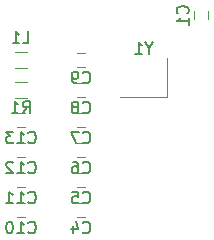
<source format=gbr>
G04 #@! TF.FileFunction,Legend,Bot*
%FSLAX46Y46*%
G04 Gerber Fmt 4.6, Leading zero omitted, Abs format (unit mm)*
G04 Created by KiCad (PCBNEW 4.0.6) date Tuesday 03. October 2017 15.24.42*
%MOMM*%
%LPD*%
G01*
G04 APERTURE LIST*
%ADD10C,0.100000*%
%ADD11C,0.120000*%
%ADD12C,0.150000*%
G04 APERTURE END LIST*
D10*
D11*
X187290000Y-98140000D02*
X187290000Y-97440000D01*
X186090000Y-97440000D02*
X186090000Y-98140000D01*
X176880000Y-113700000D02*
X176180000Y-113700000D01*
X176180000Y-114900000D02*
X176880000Y-114900000D01*
X176880000Y-111160000D02*
X176180000Y-111160000D01*
X176180000Y-112360000D02*
X176880000Y-112360000D01*
X176880000Y-108620000D02*
X176180000Y-108620000D01*
X176180000Y-109820000D02*
X176880000Y-109820000D01*
X176880000Y-106080000D02*
X176180000Y-106080000D01*
X176180000Y-107280000D02*
X176880000Y-107280000D01*
X176880000Y-103540000D02*
X176180000Y-103540000D01*
X176180000Y-104740000D02*
X176880000Y-104740000D01*
X176880000Y-101000000D02*
X176180000Y-101000000D01*
X176180000Y-102200000D02*
X176880000Y-102200000D01*
X171800000Y-113700000D02*
X171100000Y-113700000D01*
X171100000Y-114900000D02*
X171800000Y-114900000D01*
X171800000Y-111160000D02*
X171100000Y-111160000D01*
X171100000Y-112360000D02*
X171800000Y-112360000D01*
X171800000Y-108620000D02*
X171100000Y-108620000D01*
X171100000Y-109820000D02*
X171800000Y-109820000D01*
X171800000Y-106080000D02*
X171100000Y-106080000D01*
X171100000Y-107280000D02*
X171800000Y-107280000D01*
X171950000Y-103460000D02*
X170950000Y-103460000D01*
X170950000Y-104820000D02*
X171950000Y-104820000D01*
X170950000Y-102280000D02*
X171950000Y-102280000D01*
X171950000Y-100920000D02*
X170950000Y-100920000D01*
X183838600Y-101397800D02*
X183838600Y-104697800D01*
X183838600Y-104697800D02*
X179838600Y-104697800D01*
D12*
X185547143Y-97623334D02*
X185594762Y-97575715D01*
X185642381Y-97432858D01*
X185642381Y-97337620D01*
X185594762Y-97194762D01*
X185499524Y-97099524D01*
X185404286Y-97051905D01*
X185213810Y-97004286D01*
X185070952Y-97004286D01*
X184880476Y-97051905D01*
X184785238Y-97099524D01*
X184690000Y-97194762D01*
X184642381Y-97337620D01*
X184642381Y-97432858D01*
X184690000Y-97575715D01*
X184737619Y-97623334D01*
X185642381Y-98575715D02*
X185642381Y-98004286D01*
X185642381Y-98290000D02*
X184642381Y-98290000D01*
X184785238Y-98194762D01*
X184880476Y-98099524D01*
X184928095Y-98004286D01*
X176696666Y-116157143D02*
X176744285Y-116204762D01*
X176887142Y-116252381D01*
X176982380Y-116252381D01*
X177125238Y-116204762D01*
X177220476Y-116109524D01*
X177268095Y-116014286D01*
X177315714Y-115823810D01*
X177315714Y-115680952D01*
X177268095Y-115490476D01*
X177220476Y-115395238D01*
X177125238Y-115300000D01*
X176982380Y-115252381D01*
X176887142Y-115252381D01*
X176744285Y-115300000D01*
X176696666Y-115347619D01*
X175839523Y-115585714D02*
X175839523Y-116252381D01*
X176077619Y-115204762D02*
X176315714Y-115919048D01*
X175696666Y-115919048D01*
X176696666Y-113617143D02*
X176744285Y-113664762D01*
X176887142Y-113712381D01*
X176982380Y-113712381D01*
X177125238Y-113664762D01*
X177220476Y-113569524D01*
X177268095Y-113474286D01*
X177315714Y-113283810D01*
X177315714Y-113140952D01*
X177268095Y-112950476D01*
X177220476Y-112855238D01*
X177125238Y-112760000D01*
X176982380Y-112712381D01*
X176887142Y-112712381D01*
X176744285Y-112760000D01*
X176696666Y-112807619D01*
X175791904Y-112712381D02*
X176268095Y-112712381D01*
X176315714Y-113188571D01*
X176268095Y-113140952D01*
X176172857Y-113093333D01*
X175934761Y-113093333D01*
X175839523Y-113140952D01*
X175791904Y-113188571D01*
X175744285Y-113283810D01*
X175744285Y-113521905D01*
X175791904Y-113617143D01*
X175839523Y-113664762D01*
X175934761Y-113712381D01*
X176172857Y-113712381D01*
X176268095Y-113664762D01*
X176315714Y-113617143D01*
X176696666Y-111077143D02*
X176744285Y-111124762D01*
X176887142Y-111172381D01*
X176982380Y-111172381D01*
X177125238Y-111124762D01*
X177220476Y-111029524D01*
X177268095Y-110934286D01*
X177315714Y-110743810D01*
X177315714Y-110600952D01*
X177268095Y-110410476D01*
X177220476Y-110315238D01*
X177125238Y-110220000D01*
X176982380Y-110172381D01*
X176887142Y-110172381D01*
X176744285Y-110220000D01*
X176696666Y-110267619D01*
X175839523Y-110172381D02*
X176030000Y-110172381D01*
X176125238Y-110220000D01*
X176172857Y-110267619D01*
X176268095Y-110410476D01*
X176315714Y-110600952D01*
X176315714Y-110981905D01*
X176268095Y-111077143D01*
X176220476Y-111124762D01*
X176125238Y-111172381D01*
X175934761Y-111172381D01*
X175839523Y-111124762D01*
X175791904Y-111077143D01*
X175744285Y-110981905D01*
X175744285Y-110743810D01*
X175791904Y-110648571D01*
X175839523Y-110600952D01*
X175934761Y-110553333D01*
X176125238Y-110553333D01*
X176220476Y-110600952D01*
X176268095Y-110648571D01*
X176315714Y-110743810D01*
X176696666Y-108537143D02*
X176744285Y-108584762D01*
X176887142Y-108632381D01*
X176982380Y-108632381D01*
X177125238Y-108584762D01*
X177220476Y-108489524D01*
X177268095Y-108394286D01*
X177315714Y-108203810D01*
X177315714Y-108060952D01*
X177268095Y-107870476D01*
X177220476Y-107775238D01*
X177125238Y-107680000D01*
X176982380Y-107632381D01*
X176887142Y-107632381D01*
X176744285Y-107680000D01*
X176696666Y-107727619D01*
X176363333Y-107632381D02*
X175696666Y-107632381D01*
X176125238Y-108632381D01*
X176696666Y-105997143D02*
X176744285Y-106044762D01*
X176887142Y-106092381D01*
X176982380Y-106092381D01*
X177125238Y-106044762D01*
X177220476Y-105949524D01*
X177268095Y-105854286D01*
X177315714Y-105663810D01*
X177315714Y-105520952D01*
X177268095Y-105330476D01*
X177220476Y-105235238D01*
X177125238Y-105140000D01*
X176982380Y-105092381D01*
X176887142Y-105092381D01*
X176744285Y-105140000D01*
X176696666Y-105187619D01*
X176125238Y-105520952D02*
X176220476Y-105473333D01*
X176268095Y-105425714D01*
X176315714Y-105330476D01*
X176315714Y-105282857D01*
X176268095Y-105187619D01*
X176220476Y-105140000D01*
X176125238Y-105092381D01*
X175934761Y-105092381D01*
X175839523Y-105140000D01*
X175791904Y-105187619D01*
X175744285Y-105282857D01*
X175744285Y-105330476D01*
X175791904Y-105425714D01*
X175839523Y-105473333D01*
X175934761Y-105520952D01*
X176125238Y-105520952D01*
X176220476Y-105568571D01*
X176268095Y-105616190D01*
X176315714Y-105711429D01*
X176315714Y-105901905D01*
X176268095Y-105997143D01*
X176220476Y-106044762D01*
X176125238Y-106092381D01*
X175934761Y-106092381D01*
X175839523Y-106044762D01*
X175791904Y-105997143D01*
X175744285Y-105901905D01*
X175744285Y-105711429D01*
X175791904Y-105616190D01*
X175839523Y-105568571D01*
X175934761Y-105520952D01*
X176696666Y-103457143D02*
X176744285Y-103504762D01*
X176887142Y-103552381D01*
X176982380Y-103552381D01*
X177125238Y-103504762D01*
X177220476Y-103409524D01*
X177268095Y-103314286D01*
X177315714Y-103123810D01*
X177315714Y-102980952D01*
X177268095Y-102790476D01*
X177220476Y-102695238D01*
X177125238Y-102600000D01*
X176982380Y-102552381D01*
X176887142Y-102552381D01*
X176744285Y-102600000D01*
X176696666Y-102647619D01*
X176220476Y-103552381D02*
X176030000Y-103552381D01*
X175934761Y-103504762D01*
X175887142Y-103457143D01*
X175791904Y-103314286D01*
X175744285Y-103123810D01*
X175744285Y-102742857D01*
X175791904Y-102647619D01*
X175839523Y-102600000D01*
X175934761Y-102552381D01*
X176125238Y-102552381D01*
X176220476Y-102600000D01*
X176268095Y-102647619D01*
X176315714Y-102742857D01*
X176315714Y-102980952D01*
X176268095Y-103076190D01*
X176220476Y-103123810D01*
X176125238Y-103171429D01*
X175934761Y-103171429D01*
X175839523Y-103123810D01*
X175791904Y-103076190D01*
X175744285Y-102980952D01*
X172092857Y-116157143D02*
X172140476Y-116204762D01*
X172283333Y-116252381D01*
X172378571Y-116252381D01*
X172521429Y-116204762D01*
X172616667Y-116109524D01*
X172664286Y-116014286D01*
X172711905Y-115823810D01*
X172711905Y-115680952D01*
X172664286Y-115490476D01*
X172616667Y-115395238D01*
X172521429Y-115300000D01*
X172378571Y-115252381D01*
X172283333Y-115252381D01*
X172140476Y-115300000D01*
X172092857Y-115347619D01*
X171140476Y-116252381D02*
X171711905Y-116252381D01*
X171426191Y-116252381D02*
X171426191Y-115252381D01*
X171521429Y-115395238D01*
X171616667Y-115490476D01*
X171711905Y-115538095D01*
X170521429Y-115252381D02*
X170426190Y-115252381D01*
X170330952Y-115300000D01*
X170283333Y-115347619D01*
X170235714Y-115442857D01*
X170188095Y-115633333D01*
X170188095Y-115871429D01*
X170235714Y-116061905D01*
X170283333Y-116157143D01*
X170330952Y-116204762D01*
X170426190Y-116252381D01*
X170521429Y-116252381D01*
X170616667Y-116204762D01*
X170664286Y-116157143D01*
X170711905Y-116061905D01*
X170759524Y-115871429D01*
X170759524Y-115633333D01*
X170711905Y-115442857D01*
X170664286Y-115347619D01*
X170616667Y-115300000D01*
X170521429Y-115252381D01*
X172092857Y-113617143D02*
X172140476Y-113664762D01*
X172283333Y-113712381D01*
X172378571Y-113712381D01*
X172521429Y-113664762D01*
X172616667Y-113569524D01*
X172664286Y-113474286D01*
X172711905Y-113283810D01*
X172711905Y-113140952D01*
X172664286Y-112950476D01*
X172616667Y-112855238D01*
X172521429Y-112760000D01*
X172378571Y-112712381D01*
X172283333Y-112712381D01*
X172140476Y-112760000D01*
X172092857Y-112807619D01*
X171140476Y-113712381D02*
X171711905Y-113712381D01*
X171426191Y-113712381D02*
X171426191Y-112712381D01*
X171521429Y-112855238D01*
X171616667Y-112950476D01*
X171711905Y-112998095D01*
X170188095Y-113712381D02*
X170759524Y-113712381D01*
X170473810Y-113712381D02*
X170473810Y-112712381D01*
X170569048Y-112855238D01*
X170664286Y-112950476D01*
X170759524Y-112998095D01*
X172092857Y-111077143D02*
X172140476Y-111124762D01*
X172283333Y-111172381D01*
X172378571Y-111172381D01*
X172521429Y-111124762D01*
X172616667Y-111029524D01*
X172664286Y-110934286D01*
X172711905Y-110743810D01*
X172711905Y-110600952D01*
X172664286Y-110410476D01*
X172616667Y-110315238D01*
X172521429Y-110220000D01*
X172378571Y-110172381D01*
X172283333Y-110172381D01*
X172140476Y-110220000D01*
X172092857Y-110267619D01*
X171140476Y-111172381D02*
X171711905Y-111172381D01*
X171426191Y-111172381D02*
X171426191Y-110172381D01*
X171521429Y-110315238D01*
X171616667Y-110410476D01*
X171711905Y-110458095D01*
X170759524Y-110267619D02*
X170711905Y-110220000D01*
X170616667Y-110172381D01*
X170378571Y-110172381D01*
X170283333Y-110220000D01*
X170235714Y-110267619D01*
X170188095Y-110362857D01*
X170188095Y-110458095D01*
X170235714Y-110600952D01*
X170807143Y-111172381D01*
X170188095Y-111172381D01*
X172092857Y-108537143D02*
X172140476Y-108584762D01*
X172283333Y-108632381D01*
X172378571Y-108632381D01*
X172521429Y-108584762D01*
X172616667Y-108489524D01*
X172664286Y-108394286D01*
X172711905Y-108203810D01*
X172711905Y-108060952D01*
X172664286Y-107870476D01*
X172616667Y-107775238D01*
X172521429Y-107680000D01*
X172378571Y-107632381D01*
X172283333Y-107632381D01*
X172140476Y-107680000D01*
X172092857Y-107727619D01*
X171140476Y-108632381D02*
X171711905Y-108632381D01*
X171426191Y-108632381D02*
X171426191Y-107632381D01*
X171521429Y-107775238D01*
X171616667Y-107870476D01*
X171711905Y-107918095D01*
X170807143Y-107632381D02*
X170188095Y-107632381D01*
X170521429Y-108013333D01*
X170378571Y-108013333D01*
X170283333Y-108060952D01*
X170235714Y-108108571D01*
X170188095Y-108203810D01*
X170188095Y-108441905D01*
X170235714Y-108537143D01*
X170283333Y-108584762D01*
X170378571Y-108632381D01*
X170664286Y-108632381D01*
X170759524Y-108584762D01*
X170807143Y-108537143D01*
X171616666Y-106042381D02*
X171950000Y-105566190D01*
X172188095Y-106042381D02*
X172188095Y-105042381D01*
X171807142Y-105042381D01*
X171711904Y-105090000D01*
X171664285Y-105137619D01*
X171616666Y-105232857D01*
X171616666Y-105375714D01*
X171664285Y-105470952D01*
X171711904Y-105518571D01*
X171807142Y-105566190D01*
X172188095Y-105566190D01*
X170664285Y-106042381D02*
X171235714Y-106042381D01*
X170950000Y-106042381D02*
X170950000Y-105042381D01*
X171045238Y-105185238D01*
X171140476Y-105280476D01*
X171235714Y-105328095D01*
X171616666Y-100152381D02*
X172092857Y-100152381D01*
X172092857Y-99152381D01*
X170759523Y-100152381D02*
X171330952Y-100152381D01*
X171045238Y-100152381D02*
X171045238Y-99152381D01*
X171140476Y-99295238D01*
X171235714Y-99390476D01*
X171330952Y-99438095D01*
X182314791Y-100573990D02*
X182314791Y-101050181D01*
X182648124Y-100050181D02*
X182314791Y-100573990D01*
X181981457Y-100050181D01*
X181124314Y-101050181D02*
X181695743Y-101050181D01*
X181410029Y-101050181D02*
X181410029Y-100050181D01*
X181505267Y-100193038D01*
X181600505Y-100288276D01*
X181695743Y-100335895D01*
M02*

</source>
